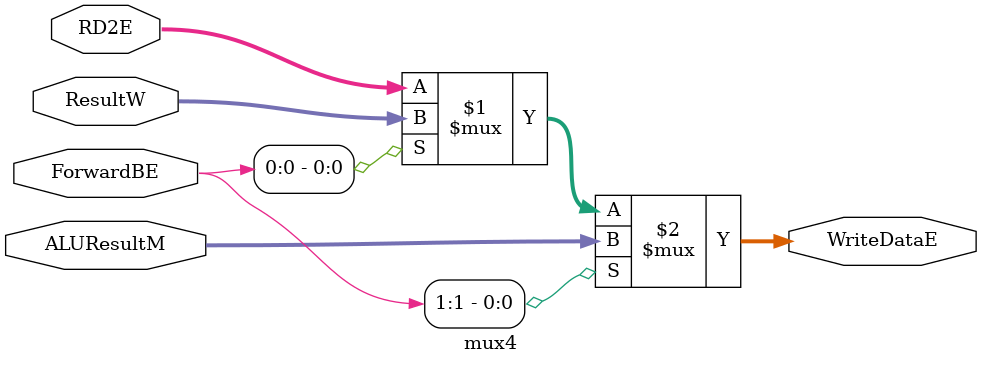
<source format=v>
module mux4 #
(
     parameter WIDTH = 8
) (
     input  [WIDTH-1:0] RD2E,
     input  [WIDTH-1:0] ResultW,
     input  [WIDTH-1:0] ALUResultM,
     input  [1:0]       ForwardBE,
     output [WIDTH-1:0] WriteDataE
);
     assign WriteDataE = ForwardBE[1] ? ALUResultM : (ForwardBE[0] ? ResultW : RD2E);
endmodule
</source>
